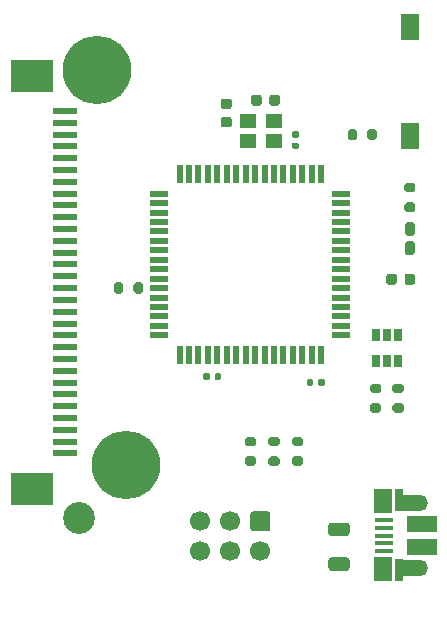
<source format=gbr>
G04 #@! TF.GenerationSoftware,KiCad,Pcbnew,(5.1.8)-1*
G04 #@! TF.CreationDate,2020-12-20T21:52:24-08:00*
G04 #@! TF.ProjectId,wired-sculpt,77697265-642d-4736-9375-6c70742e6b69,rev?*
G04 #@! TF.SameCoordinates,Original*
G04 #@! TF.FileFunction,Soldermask,Top*
G04 #@! TF.FilePolarity,Negative*
%FSLAX46Y46*%
G04 Gerber Fmt 4.6, Leading zero omitted, Abs format (unit mm)*
G04 Created by KiCad (PCBNEW (5.1.8)-1) date 2020-12-20 21:52:24*
%MOMM*%
%LPD*%
G01*
G04 APERTURE LIST*
%ADD10R,1.500000X0.550000*%
%ADD11R,0.550000X1.500000*%
%ADD12C,1.700000*%
%ADD13R,2.000000X0.610000*%
%ADD14R,3.600000X2.680000*%
%ADD15R,2.000000X1.350000*%
%ADD16R,0.700000X1.825000*%
%ADD17R,1.500000X2.000000*%
%ADD18R,1.650000X0.400000*%
%ADD19O,1.500000X1.100000*%
%ADD20O,1.700000X1.350000*%
%ADD21R,2.500000X1.430000*%
%ADD22R,1.600000X2.180000*%
%ADD23R,1.400000X1.200000*%
%ADD24C,5.800000*%
%ADD25R,0.650000X1.060000*%
%ADD26C,2.700000*%
G04 APERTURE END LIST*
D10*
G04 #@! TO.C,U1*
X151700000Y-58000000D03*
X151700000Y-57200000D03*
X151700000Y-56400000D03*
X151700000Y-55600000D03*
X151700000Y-54800000D03*
X151700000Y-54000000D03*
X151700000Y-53200000D03*
X151700000Y-52400000D03*
X151700000Y-51600000D03*
X151700000Y-50800000D03*
X151700000Y-50000000D03*
X151700000Y-49200000D03*
X151700000Y-48400000D03*
X151700000Y-47600000D03*
X151700000Y-46800000D03*
X151700000Y-46000000D03*
D11*
X150000000Y-44300000D03*
X149200000Y-44300000D03*
X148400000Y-44300000D03*
X147600000Y-44300000D03*
X146800000Y-44300000D03*
X146000000Y-44300000D03*
X145200000Y-44300000D03*
X144400000Y-44300000D03*
X143600000Y-44300000D03*
X142800000Y-44300000D03*
X142000000Y-44300000D03*
X141200000Y-44300000D03*
X140400000Y-44300000D03*
X139600000Y-44300000D03*
X138800000Y-44300000D03*
X138000000Y-44300000D03*
D10*
X136300000Y-46000000D03*
X136300000Y-46800000D03*
X136300000Y-47600000D03*
X136300000Y-48400000D03*
X136300000Y-49200000D03*
X136300000Y-50000000D03*
X136300000Y-50800000D03*
X136300000Y-51600000D03*
X136300000Y-52400000D03*
X136300000Y-53200000D03*
X136300000Y-54000000D03*
X136300000Y-54800000D03*
X136300000Y-55600000D03*
X136300000Y-56400000D03*
X136300000Y-57200000D03*
X136300000Y-58000000D03*
D11*
X138000000Y-59700000D03*
X138800000Y-59700000D03*
X139600000Y-59700000D03*
X140400000Y-59700000D03*
X141200000Y-59700000D03*
X142000000Y-59700000D03*
X142800000Y-59700000D03*
X143600000Y-59700000D03*
X144400000Y-59700000D03*
X145200000Y-59700000D03*
X146000000Y-59700000D03*
X146800000Y-59700000D03*
X147600000Y-59700000D03*
X148400000Y-59700000D03*
X149200000Y-59700000D03*
X150000000Y-59700000D03*
G04 #@! TD*
G04 #@! TO.C,J3*
G36*
G01*
X144250000Y-72900000D02*
X145450000Y-72900000D01*
G75*
G02*
X145700000Y-73150000I0J-250000D01*
G01*
X145700000Y-74350000D01*
G75*
G02*
X145450000Y-74600000I-250000J0D01*
G01*
X144250000Y-74600000D01*
G75*
G02*
X144000000Y-74350000I0J250000D01*
G01*
X144000000Y-73150000D01*
G75*
G02*
X144250000Y-72900000I250000J0D01*
G01*
G37*
D12*
X142310000Y-73750000D03*
X139770000Y-73750000D03*
X144850000Y-76290000D03*
X142310000Y-76290000D03*
X139770000Y-76290000D03*
G04 #@! TD*
G04 #@! TO.C,R1*
G36*
G01*
X156225000Y-62100000D02*
X156775000Y-62100000D01*
G75*
G02*
X156975000Y-62300000I0J-200000D01*
G01*
X156975000Y-62700000D01*
G75*
G02*
X156775000Y-62900000I-200000J0D01*
G01*
X156225000Y-62900000D01*
G75*
G02*
X156025000Y-62700000I0J200000D01*
G01*
X156025000Y-62300000D01*
G75*
G02*
X156225000Y-62100000I200000J0D01*
G01*
G37*
G36*
G01*
X156225000Y-63750000D02*
X156775000Y-63750000D01*
G75*
G02*
X156975000Y-63950000I0J-200000D01*
G01*
X156975000Y-64350000D01*
G75*
G02*
X156775000Y-64550000I-200000J0D01*
G01*
X156225000Y-64550000D01*
G75*
G02*
X156025000Y-64350000I0J200000D01*
G01*
X156025000Y-63950000D01*
G75*
G02*
X156225000Y-63750000I200000J0D01*
G01*
G37*
G04 #@! TD*
D13*
G04 #@! TO.C,J4*
X128300000Y-39000000D03*
X128300000Y-40000000D03*
X128300000Y-41000000D03*
X128300000Y-42000000D03*
X128300000Y-43000000D03*
X128300000Y-44000000D03*
X128300000Y-45000000D03*
X128300000Y-46000000D03*
X128300000Y-47000000D03*
X128300000Y-48000000D03*
X128300000Y-49000000D03*
X128300000Y-50000000D03*
X128300000Y-51000000D03*
X128300000Y-52000000D03*
X128300000Y-53000000D03*
X128300000Y-54000000D03*
X128300000Y-55000000D03*
X128300000Y-56000000D03*
X128300000Y-57000000D03*
X128300000Y-58000000D03*
X128300000Y-59000000D03*
X128300000Y-60000000D03*
X128300000Y-61000000D03*
X128300000Y-62000000D03*
X128300000Y-63000000D03*
X128300000Y-64000000D03*
X128300000Y-65000000D03*
X128300000Y-66000000D03*
X128300000Y-67000000D03*
X128300000Y-68000000D03*
D14*
X125500000Y-36010000D03*
X125500000Y-70990000D03*
G04 #@! TD*
G04 #@! TO.C,C2*
G36*
G01*
X142200000Y-38850000D02*
X141700000Y-38850000D01*
G75*
G02*
X141475000Y-38625000I0J225000D01*
G01*
X141475000Y-38175000D01*
G75*
G02*
X141700000Y-37950000I225000J0D01*
G01*
X142200000Y-37950000D01*
G75*
G02*
X142425000Y-38175000I0J-225000D01*
G01*
X142425000Y-38625000D01*
G75*
G02*
X142200000Y-38850000I-225000J0D01*
G01*
G37*
G36*
G01*
X142200000Y-40400000D02*
X141700000Y-40400000D01*
G75*
G02*
X141475000Y-40175000I0J225000D01*
G01*
X141475000Y-39725000D01*
G75*
G02*
X141700000Y-39500000I225000J0D01*
G01*
X142200000Y-39500000D01*
G75*
G02*
X142425000Y-39725000I0J-225000D01*
G01*
X142425000Y-40175000D01*
G75*
G02*
X142200000Y-40400000I-225000J0D01*
G01*
G37*
G04 #@! TD*
G04 #@! TO.C,C3*
G36*
G01*
X146500000Y-37850000D02*
X146500000Y-38350000D01*
G75*
G02*
X146275000Y-38575000I-225000J0D01*
G01*
X145825000Y-38575000D01*
G75*
G02*
X145600000Y-38350000I0J225000D01*
G01*
X145600000Y-37850000D01*
G75*
G02*
X145825000Y-37625000I225000J0D01*
G01*
X146275000Y-37625000D01*
G75*
G02*
X146500000Y-37850000I0J-225000D01*
G01*
G37*
G36*
G01*
X144950000Y-37850000D02*
X144950000Y-38350000D01*
G75*
G02*
X144725000Y-38575000I-225000J0D01*
G01*
X144275000Y-38575000D01*
G75*
G02*
X144050000Y-38350000I0J225000D01*
G01*
X144050000Y-37850000D01*
G75*
G02*
X144275000Y-37625000I225000J0D01*
G01*
X144725000Y-37625000D01*
G75*
G02*
X144950000Y-37850000I0J-225000D01*
G01*
G37*
G04 #@! TD*
G04 #@! TO.C,C4*
G36*
G01*
X155500000Y-53500000D02*
X155500000Y-53000000D01*
G75*
G02*
X155725000Y-52775000I225000J0D01*
G01*
X156175000Y-52775000D01*
G75*
G02*
X156400000Y-53000000I0J-225000D01*
G01*
X156400000Y-53500000D01*
G75*
G02*
X156175000Y-53725000I-225000J0D01*
G01*
X155725000Y-53725000D01*
G75*
G02*
X155500000Y-53500000I0J225000D01*
G01*
G37*
G36*
G01*
X157050000Y-53500000D02*
X157050000Y-53000000D01*
G75*
G02*
X157275000Y-52775000I225000J0D01*
G01*
X157725000Y-52775000D01*
G75*
G02*
X157950000Y-53000000I0J-225000D01*
G01*
X157950000Y-53500000D01*
G75*
G02*
X157725000Y-53725000I-225000J0D01*
G01*
X157275000Y-53725000D01*
G75*
G02*
X157050000Y-53500000I0J225000D01*
G01*
G37*
G04 #@! TD*
G04 #@! TO.C,D1*
G36*
G01*
X157712500Y-51237500D02*
X157287500Y-51237500D01*
G75*
G02*
X157075000Y-51025000I0J212500D01*
G01*
X157075000Y-50225000D01*
G75*
G02*
X157287500Y-50012500I212500J0D01*
G01*
X157712500Y-50012500D01*
G75*
G02*
X157925000Y-50225000I0J-212500D01*
G01*
X157925000Y-51025000D01*
G75*
G02*
X157712500Y-51237500I-212500J0D01*
G01*
G37*
G36*
G01*
X157712500Y-49612500D02*
X157287500Y-49612500D01*
G75*
G02*
X157075000Y-49400000I0J212500D01*
G01*
X157075000Y-48600000D01*
G75*
G02*
X157287500Y-48387500I212500J0D01*
G01*
X157712500Y-48387500D01*
G75*
G02*
X157925000Y-48600000I0J-212500D01*
G01*
X157925000Y-49400000D01*
G75*
G02*
X157712500Y-49612500I-212500J0D01*
G01*
G37*
G04 #@! TD*
D15*
G04 #@! TO.C,J1*
X157300000Y-72210000D03*
X157300000Y-77690000D03*
D16*
X156550000Y-77910000D03*
X156550000Y-71960000D03*
D17*
X155250000Y-77810000D03*
X155230000Y-72060000D03*
D18*
X155350000Y-76260000D03*
X155350000Y-75610000D03*
X155350000Y-74960000D03*
X155350000Y-74310000D03*
X155350000Y-73660000D03*
D19*
X155230000Y-77380000D03*
X155230000Y-72540000D03*
D20*
X158230000Y-77690000D03*
X158230000Y-72230000D03*
D21*
X158500000Y-75920000D03*
X158500000Y-74000000D03*
G04 #@! TD*
G04 #@! TO.C,R2*
G36*
G01*
X157225000Y-45100000D02*
X157775000Y-45100000D01*
G75*
G02*
X157975000Y-45300000I0J-200000D01*
G01*
X157975000Y-45700000D01*
G75*
G02*
X157775000Y-45900000I-200000J0D01*
G01*
X157225000Y-45900000D01*
G75*
G02*
X157025000Y-45700000I0J200000D01*
G01*
X157025000Y-45300000D01*
G75*
G02*
X157225000Y-45100000I200000J0D01*
G01*
G37*
G36*
G01*
X157225000Y-46750000D02*
X157775000Y-46750000D01*
G75*
G02*
X157975000Y-46950000I0J-200000D01*
G01*
X157975000Y-47350000D01*
G75*
G02*
X157775000Y-47550000I-200000J0D01*
G01*
X157225000Y-47550000D01*
G75*
G02*
X157025000Y-47350000I0J200000D01*
G01*
X157025000Y-46950000D01*
G75*
G02*
X157225000Y-46750000I200000J0D01*
G01*
G37*
G04 #@! TD*
G04 #@! TO.C,R3*
G36*
G01*
X154325000Y-63750000D02*
X154875000Y-63750000D01*
G75*
G02*
X155075000Y-63950000I0J-200000D01*
G01*
X155075000Y-64350000D01*
G75*
G02*
X154875000Y-64550000I-200000J0D01*
G01*
X154325000Y-64550000D01*
G75*
G02*
X154125000Y-64350000I0J200000D01*
G01*
X154125000Y-63950000D01*
G75*
G02*
X154325000Y-63750000I200000J0D01*
G01*
G37*
G36*
G01*
X154325000Y-62100000D02*
X154875000Y-62100000D01*
G75*
G02*
X155075000Y-62300000I0J-200000D01*
G01*
X155075000Y-62700000D01*
G75*
G02*
X154875000Y-62900000I-200000J0D01*
G01*
X154325000Y-62900000D01*
G75*
G02*
X154125000Y-62700000I0J200000D01*
G01*
X154125000Y-62300000D01*
G75*
G02*
X154325000Y-62100000I200000J0D01*
G01*
G37*
G04 #@! TD*
G04 #@! TO.C,R4*
G36*
G01*
X144275000Y-67400000D02*
X143725000Y-67400000D01*
G75*
G02*
X143525000Y-67200000I0J200000D01*
G01*
X143525000Y-66800000D01*
G75*
G02*
X143725000Y-66600000I200000J0D01*
G01*
X144275000Y-66600000D01*
G75*
G02*
X144475000Y-66800000I0J-200000D01*
G01*
X144475000Y-67200000D01*
G75*
G02*
X144275000Y-67400000I-200000J0D01*
G01*
G37*
G36*
G01*
X144275000Y-69050000D02*
X143725000Y-69050000D01*
G75*
G02*
X143525000Y-68850000I0J200000D01*
G01*
X143525000Y-68450000D01*
G75*
G02*
X143725000Y-68250000I200000J0D01*
G01*
X144275000Y-68250000D01*
G75*
G02*
X144475000Y-68450000I0J-200000D01*
G01*
X144475000Y-68850000D01*
G75*
G02*
X144275000Y-69050000I-200000J0D01*
G01*
G37*
G04 #@! TD*
G04 #@! TO.C,R5*
G36*
G01*
X146275000Y-69050000D02*
X145725000Y-69050000D01*
G75*
G02*
X145525000Y-68850000I0J200000D01*
G01*
X145525000Y-68450000D01*
G75*
G02*
X145725000Y-68250000I200000J0D01*
G01*
X146275000Y-68250000D01*
G75*
G02*
X146475000Y-68450000I0J-200000D01*
G01*
X146475000Y-68850000D01*
G75*
G02*
X146275000Y-69050000I-200000J0D01*
G01*
G37*
G36*
G01*
X146275000Y-67400000D02*
X145725000Y-67400000D01*
G75*
G02*
X145525000Y-67200000I0J200000D01*
G01*
X145525000Y-66800000D01*
G75*
G02*
X145725000Y-66600000I200000J0D01*
G01*
X146275000Y-66600000D01*
G75*
G02*
X146475000Y-66800000I0J-200000D01*
G01*
X146475000Y-67200000D01*
G75*
G02*
X146275000Y-67400000I-200000J0D01*
G01*
G37*
G04 #@! TD*
G04 #@! TO.C,R6*
G36*
G01*
X148275000Y-69050000D02*
X147725000Y-69050000D01*
G75*
G02*
X147525000Y-68850000I0J200000D01*
G01*
X147525000Y-68450000D01*
G75*
G02*
X147725000Y-68250000I200000J0D01*
G01*
X148275000Y-68250000D01*
G75*
G02*
X148475000Y-68450000I0J-200000D01*
G01*
X148475000Y-68850000D01*
G75*
G02*
X148275000Y-69050000I-200000J0D01*
G01*
G37*
G36*
G01*
X148275000Y-67400000D02*
X147725000Y-67400000D01*
G75*
G02*
X147525000Y-67200000I0J200000D01*
G01*
X147525000Y-66800000D01*
G75*
G02*
X147725000Y-66600000I200000J0D01*
G01*
X148275000Y-66600000D01*
G75*
G02*
X148475000Y-66800000I0J-200000D01*
G01*
X148475000Y-67200000D01*
G75*
G02*
X148275000Y-67400000I-200000J0D01*
G01*
G37*
G04 #@! TD*
D22*
G04 #@! TO.C,SW1*
X157500000Y-41090000D03*
X157500000Y-31910000D03*
G04 #@! TD*
D23*
G04 #@! TO.C,Y1*
X143800000Y-41550000D03*
X146000000Y-41550000D03*
X146000000Y-39850000D03*
X143800000Y-39850000D03*
G04 #@! TD*
G04 #@! TO.C,R8*
G36*
G01*
X134900000Y-53725000D02*
X134900000Y-54275000D01*
G75*
G02*
X134700000Y-54475000I-200000J0D01*
G01*
X134300000Y-54475000D01*
G75*
G02*
X134100000Y-54275000I0J200000D01*
G01*
X134100000Y-53725000D01*
G75*
G02*
X134300000Y-53525000I200000J0D01*
G01*
X134700000Y-53525000D01*
G75*
G02*
X134900000Y-53725000I0J-200000D01*
G01*
G37*
G36*
G01*
X133250000Y-53725000D02*
X133250000Y-54275000D01*
G75*
G02*
X133050000Y-54475000I-200000J0D01*
G01*
X132650000Y-54475000D01*
G75*
G02*
X132450000Y-54275000I0J200000D01*
G01*
X132450000Y-53725000D01*
G75*
G02*
X132650000Y-53525000I200000J0D01*
G01*
X133050000Y-53525000D01*
G75*
G02*
X133250000Y-53725000I0J-200000D01*
G01*
G37*
G04 #@! TD*
D24*
G04 #@! TO.C,H1*
X131000000Y-35500000D03*
G04 #@! TD*
G04 #@! TO.C,H2*
X133500000Y-69000000D03*
G04 #@! TD*
G04 #@! TO.C,C1*
G36*
G01*
X150849999Y-73850000D02*
X152150001Y-73850000D01*
G75*
G02*
X152400000Y-74099999I0J-249999D01*
G01*
X152400000Y-74750001D01*
G75*
G02*
X152150001Y-75000000I-249999J0D01*
G01*
X150849999Y-75000000D01*
G75*
G02*
X150600000Y-74750001I0J249999D01*
G01*
X150600000Y-74099999D01*
G75*
G02*
X150849999Y-73850000I249999J0D01*
G01*
G37*
G36*
G01*
X150849999Y-76800000D02*
X152150001Y-76800000D01*
G75*
G02*
X152400000Y-77049999I0J-249999D01*
G01*
X152400000Y-77700001D01*
G75*
G02*
X152150001Y-77950000I-249999J0D01*
G01*
X150849999Y-77950000D01*
G75*
G02*
X150600000Y-77700001I0J249999D01*
G01*
X150600000Y-77049999D01*
G75*
G02*
X150849999Y-76800000I249999J0D01*
G01*
G37*
G04 #@! TD*
G04 #@! TO.C,C6*
G36*
G01*
X147630000Y-40720000D02*
X147970000Y-40720000D01*
G75*
G02*
X148110000Y-40860000I0J-140000D01*
G01*
X148110000Y-41140000D01*
G75*
G02*
X147970000Y-41280000I-140000J0D01*
G01*
X147630000Y-41280000D01*
G75*
G02*
X147490000Y-41140000I0J140000D01*
G01*
X147490000Y-40860000D01*
G75*
G02*
X147630000Y-40720000I140000J0D01*
G01*
G37*
G36*
G01*
X147630000Y-41680000D02*
X147970000Y-41680000D01*
G75*
G02*
X148110000Y-41820000I0J-140000D01*
G01*
X148110000Y-42100000D01*
G75*
G02*
X147970000Y-42240000I-140000J0D01*
G01*
X147630000Y-42240000D01*
G75*
G02*
X147490000Y-42100000I0J140000D01*
G01*
X147490000Y-41820000D01*
G75*
G02*
X147630000Y-41680000I140000J0D01*
G01*
G37*
G04 #@! TD*
G04 #@! TO.C,C7*
G36*
G01*
X141530000Y-61330000D02*
X141530000Y-61670000D01*
G75*
G02*
X141390000Y-61810000I-140000J0D01*
G01*
X141110000Y-61810000D01*
G75*
G02*
X140970000Y-61670000I0J140000D01*
G01*
X140970000Y-61330000D01*
G75*
G02*
X141110000Y-61190000I140000J0D01*
G01*
X141390000Y-61190000D01*
G75*
G02*
X141530000Y-61330000I0J-140000D01*
G01*
G37*
G36*
G01*
X140570000Y-61330000D02*
X140570000Y-61670000D01*
G75*
G02*
X140430000Y-61810000I-140000J0D01*
G01*
X140150000Y-61810000D01*
G75*
G02*
X140010000Y-61670000I0J140000D01*
G01*
X140010000Y-61330000D01*
G75*
G02*
X140150000Y-61190000I140000J0D01*
G01*
X140430000Y-61190000D01*
G75*
G02*
X140570000Y-61330000I0J-140000D01*
G01*
G37*
G04 #@! TD*
G04 #@! TO.C,R9*
G36*
G01*
X154700000Y-40750000D02*
X154700000Y-41300000D01*
G75*
G02*
X154500000Y-41500000I-200000J0D01*
G01*
X154100000Y-41500000D01*
G75*
G02*
X153900000Y-41300000I0J200000D01*
G01*
X153900000Y-40750000D01*
G75*
G02*
X154100000Y-40550000I200000J0D01*
G01*
X154500000Y-40550000D01*
G75*
G02*
X154700000Y-40750000I0J-200000D01*
G01*
G37*
G36*
G01*
X153050000Y-40750000D02*
X153050000Y-41300000D01*
G75*
G02*
X152850000Y-41500000I-200000J0D01*
G01*
X152450000Y-41500000D01*
G75*
G02*
X152250000Y-41300000I0J200000D01*
G01*
X152250000Y-40750000D01*
G75*
G02*
X152450000Y-40550000I200000J0D01*
G01*
X152850000Y-40550000D01*
G75*
G02*
X153050000Y-40750000I0J-200000D01*
G01*
G37*
G04 #@! TD*
D25*
G04 #@! TO.C,U2*
X156510000Y-57980000D03*
X155560000Y-57980000D03*
X154610000Y-57980000D03*
X154610000Y-60180000D03*
X156510000Y-60180000D03*
X155560000Y-60180000D03*
G04 #@! TD*
G04 #@! TO.C,C5*
G36*
G01*
X148760000Y-62170000D02*
X148760000Y-61830000D01*
G75*
G02*
X148900000Y-61690000I140000J0D01*
G01*
X149180000Y-61690000D01*
G75*
G02*
X149320000Y-61830000I0J-140000D01*
G01*
X149320000Y-62170000D01*
G75*
G02*
X149180000Y-62310000I-140000J0D01*
G01*
X148900000Y-62310000D01*
G75*
G02*
X148760000Y-62170000I0J140000D01*
G01*
G37*
G36*
G01*
X149720000Y-62170000D02*
X149720000Y-61830000D01*
G75*
G02*
X149860000Y-61690000I140000J0D01*
G01*
X150140000Y-61690000D01*
G75*
G02*
X150280000Y-61830000I0J-140000D01*
G01*
X150280000Y-62170000D01*
G75*
G02*
X150140000Y-62310000I-140000J0D01*
G01*
X149860000Y-62310000D01*
G75*
G02*
X149720000Y-62170000I0J140000D01*
G01*
G37*
G04 #@! TD*
D26*
G04 #@! TO.C,H3*
X129500000Y-73500000D03*
G04 #@! TD*
M02*

</source>
